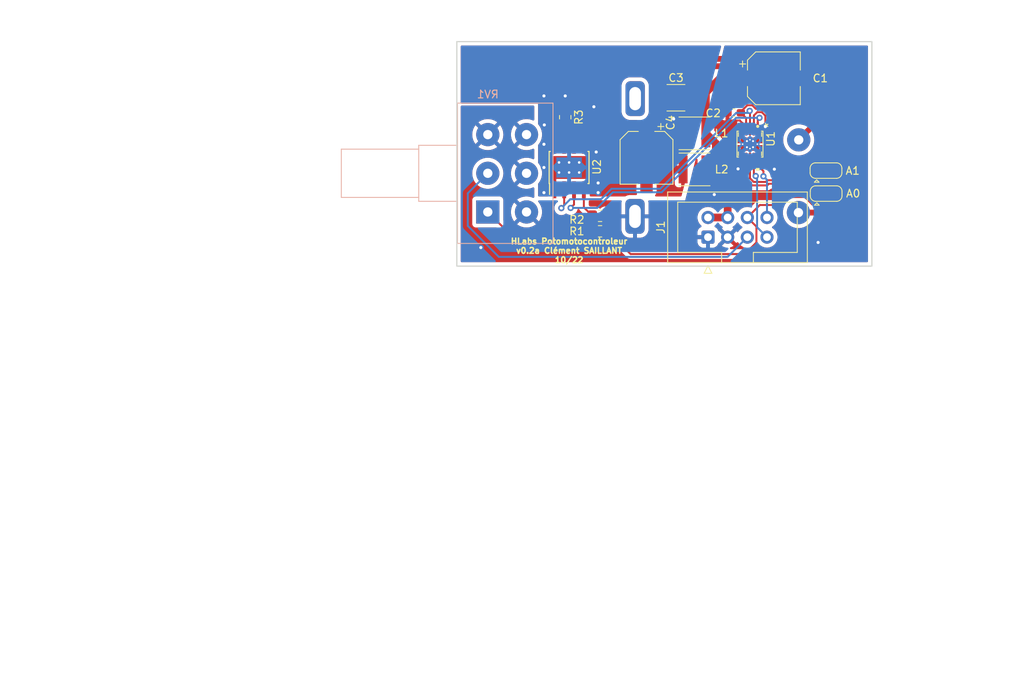
<source format=kicad_pcb>
(kicad_pcb (version 20211014) (generator pcbnew)
  (layers (0 "F.Cu" signal) (31 "B.Cu" signal) (34 "B.Paste" user) (35 "F.Paste" user) (36 "B.SilkS" user "B.Silkscreen") (37 "F.SilkS" user "F.Silkscreen") (38 "B.Mask" user) (39 "F.Mask" user) (44 "Edge.Cuts" user))
  (net 0 "")
  (net 1 "/VMOT")
  (net 2 "GND")
  (net 3 "+Vmot")
  (net 4 "+5V")
  (net 5 "pot_cmd")
  (net 6 "I2C SDA")
  (net 7 "I2C SCL")
  (net 8 "A0")
  (net 9 "A1")
  (net 10 "Net-(R1-Pad2)")
  (net 11 "Net-(RV1-PadM-)")
  (net 12 "Net-(U1-Pad1)")
  (net 13 "Net-(U1-Pad3)")
  (net 14 "Net-(R3-Pad1)")
  (net 15 "GND1")
  (net 16 "/M+")
  (footprint "Resistor_SMD:R_0805_2012Metric_Pad1.20x1.40mm_HandSolder" (layer "F.Cu") (at 89.5 121.75 90)
    (fp_text reference "R3" (at 0 1.75 90) (layer "F.SilkS"))
    (fp_text value "1,5R 0,1% 0,5W")
    (fp_line (start -0.227064 -0.735) (end 0.227064 -0.735) (layer "F.SilkS") (width 0.12))
    (fp_line (start -0.227064 0.735) (end 0.227064 0.735) (layer "F.SilkS") (width 0.12))
    (pad "1" smd roundrect (at -1 0 90) (size 1.2 1.4) (layers "F.Cu" "F.Paste" "F.Mask") (roundrect_rratio 0.208333) (net 14 "Net-(R3-Pad1)"))
    (pad "2" smd roundrect (at 1 0 90) (size 1.2 1.4) (layers "F.Cu" "F.Paste" "F.Mask") (roundrect_rratio 0.208333) (net 15 "GND1"))
  )
  (footprint "DRV8830DRCR:IC_DRV8830DRCR" (layer "F.Cu") (at 113.362937 125.234483 -90)
    (fp_text reference "REF**" hide)
    (fp_text value "IC_DRV8830DRCR")
    (fp_line (start -1.5 -1.5) (end -1 -1.5) (layer "F.SilkS") (width 0.127))
    (fp_line (start -1.5 1.5) (end -1 1.5) (layer "F.SilkS") (width 0.127))
    (fp_line (start 1.5 -1.5) (end 1 -1.5) (layer "F.SilkS") (width 0.127))
    (fp_line (start 1.5 1.5) (end 1 1.5) (layer "F.SilkS") (width 0.127))
    (fp_circle (center -2.3 -1) (end -2.2 -1) (layer "F.SilkS") (width 0.2) (fill none))
    (pad "1" smd roundrect locked (at -1.4 -1 270) (size 0.6 0.24) (layers "F.Cu" "F.Paste") (roundrect_rratio 0.05))
    (pad "2" smd roundrect locked (at -1.4 -0.5 270) (size 0.6 0.24) (layers "F.Cu" "F.Paste") (roundrect_rratio 0.05))
    (pad "3" smd roundrect locked (at -1.4 0 270) (size 0.6 0.24) (layers "F.Cu" "F.Paste") (roundrect_rratio 0.05))
    (pad "4" smd roundrect locked (at -1.4 0.5 270) (size 0.6 0.24) (layers "F.Cu" "F.Paste") (roundrect_rratio 0.05))
    (pad "5" smd roundrect locked (at -1.4 1 270) (size 0.6 0.24) (layers "F.Cu" "F.Paste") (roundrect_rratio 0.05))
    (pad "6" smd roundrect locked (at 1.4 1 270) (size 0.6 0.24) (layers "F.Cu" "F.Paste") (roundrect_rratio 0.05))
    (pad "7" smd roundrect locked (at 1.4 0.5 270) (size 0.6 0.24) (layers "F.Cu" "F.Paste") (roundrect_rratio 0.05))
    (pad "8" smd roundrect locked (at 1.4 0 270) (size 0.6 0.24) (layers "F.Cu" "F.Paste") (roundrect_rratio 0.05))
    (pad "9" smd roundrect locked (at 1.4 -0.5 270) (size 0.6 0.24) (layers "F.Cu" "F.Paste") (roundrect_rratio 0.05))
    (pad "10" smd roundrect locked (at 1.4 -1 270) (size 0.6 0.24) (layers "F.Cu" "F.Paste") (roundrect_rratio 0.05))
    (pad "11" smd custom locked (at 0 0 270) (size 0.5 0.5) (layers "F.Cu") (net 2 "GND") (options (clearance outline) (anchor rect)) (primitives (gr_poly (pts (xy -0.375 1.2) (xy -0.775 1.2) (xy -0.778 1.2) (xy -0.78 1.2) (xy -0.783 1.199) (xy -0.785 1.199) (xy -0.788 1.198) (xy -0.79 1.198) (xy -0.793 1.197) (xy -0.795 1.196) (xy -0.798 1.195) (xy -0.8 1.193) (xy -0.802 1.192) (xy -0.804 1.19) (xy -0.806 1.189) (xy -0.808 1.187) (xy -0.81 1.185) (xy -0.812 1.183) (xy -0.814 1.181) (xy -0.815 1.179) (xy -0.817 1.177) (xy -0.818 1.175) (xy -0.82 1.173) (xy -0.821 1.17) (xy -0.822 1.168) (xy -0.823 1.165) (xy -0.823 1.163) (xy -0.824 1.16) (xy -0.824 1.158) (xy -0.825 1.155) (xy -0.825 1.153) (xy -0.825 1.15) (xy -0.825 -1.15) (xy -0.825 -1.153) (xy -0.825 -1.155) (xy -0.824 -1.158) (xy -0.824 -1.16) (xy -0.823 -1.163) (xy -0.823 -1.165) (xy -0.822 -1.168) (xy -0.821 -1.17) (xy -0.82 -1.173) (xy -0.818 -1.175) (xy -0.817 -1.177) (xy -0.815 -1.179) (xy -0.814 -1.181) (xy -0.812 -1.183) (xy -0.81 -1.185) (xy -0.808 -1.187) (xy -0.806 -1.189) (xy -0.804 -1.19) (xy -0.802 -1.192) (xy -0.8 -1.193) (xy -0.798 -1.195) (xy -0.795 -1.196) (xy -0.793 -1.197) (xy -0.79 -1.198) (xy -0.788 -1.198) (xy -0.785 -1.199) (xy -0.783 -1.199) (xy -0.78 -1.2) (xy -0.778 -1.2) (xy -0.775 -1.2) (xy -0.375 -1.2) (xy -0.375 -1.65) (xy -0.375 -1.653) (xy -0.375 -1.655) (xy -0.374 -1.658) (xy -0.374 -1.66) (xy -0.373 -1.663) (xy -0.373 -1.665) (xy -0.372 -1.668) (xy -0.371 -1.67) (xy -0.37 -1.673) (xy -0.368 -1.675) (xy -0.367 -1.677) (xy -0.365 -1.679) (xy -0.364 -1.681) (xy -0.362 -1.683) (xy -0.36 -1.685) (xy -0.358 -1.687) (xy -0.356 -1.689) (xy -0.354 -1.69) (xy -0.352 -1.692) (xy -0.35 -1.693) (xy -0.348 -1.695) (xy -0.345 -1.696) (xy -0.343 -1.697) (xy -0.34 -1.698) (xy -0.338 -1.698) (xy -0.335 -1.699) (xy -0.333 -1.699) (xy -0.33 -1.7) (xy -0.328 -1.7) (xy -0.325 -1.7) (xy -0.175 -1.7) (xy -0.172 -1.7) (xy -0.17 -1.7) (xy -0.167 -1.699) (xy -0.165 -1.699) (xy -0.162 -1.698) (xy -0.16 -1.698) (xy -0.157 -1.697) (xy -0.155 -1.696) (xy -0.152 -1.695) (xy -0.15 -1.693) (xy -0.148 -1.692) (xy -0.146 -1.69) (xy -0.144 -1.689) (xy -0.142 -1.687) (xy -0.14 -1.685) (xy -0.138 -1.683) (xy -0.136 -1.681) (xy -0.135 -1.679) (xy -0.133 -1.677) (xy -0.132 -1.675) (xy -0.13 -1.673) (xy -0.129 -1.67) (xy -0.128 -1.668) (xy -0.127 -1.665) (xy -0.127 -1.663) (xy -0.126 -1.66) (xy -0.126 -1.658) (xy -0.125 -1.655) (xy -0.125 -1.653) (xy -0.125 -1.65) (xy -0.125 -1.2) (xy 0.125 -1.2) (xy 0.125 -1.65) (xy 0.125 -1.653) (xy 0.125 -1.655) (xy 0.126 -1.658) (xy 0.126 -1.66) (xy 0.127 -1.663) (xy 0.127 -1.665) (xy 0.128 -1.668) (xy 0.129 -1.67) (xy 0.13 -1.673) (xy 0.132 -1.675) (xy 0.133 -1.677) (xy 0.135 -1.679) (xy 0.136 -1.681) (xy 0.138 -1.683) (xy 0.14 -1.685) (xy 0.142 -1.687) (xy 0.144 -1.689) (xy 0.146 -1.69) (xy 0.148 -1.692) (xy 0.15 -1.693) (xy 0.152 -1.695) (xy 0.155 -1.696) (xy 0.157 -1.697) (xy 0.16 -1.698) (xy 0.162 -1.698) (xy 0.165 -1.699) (xy 0.167 -1.699) (xy 0.17 -1.7) (xy 0.172 -1.7) (xy 0.175 -1.7) (xy 0.325 -1.7) (xy 0.328 -1.7) (xy 0.33 -1.7) (xy 0.333 -1.699) (xy 0.335 -1.699) (xy 0.338 -1.698) (xy 0.34 -1.698) (xy 0.343 -1.697) (xy 0.345 -1.696) (xy 0.348 -1.695) (xy 0.35 -1.693) (xy 0.352 -1.692) (xy 0.354 -1.69) (xy 0.356 -1.689) (xy 0.358 -1.687) (xy 0.36 -1.685) (xy 0.362 -1.683) (xy 0.364 -1.681) (xy 0.365 -1.679) (xy 0.367 -1.677) (xy 0.368 -1.675) (xy 0.37 -1.673) (xy 0.371 -1.67) (xy 0.372 -1.668) (xy 0.373 -1.665) (xy 0.373 -1.663) (xy 0.374 -1.66) (xy 0.374 -1.658) (xy 0.375 -1.655) (xy 0.375 -1.653) (xy 0.375 -1.65) (xy 0.375 -1.2) (xy 0.775 -1.2) (xy 0.778 -1.2) (xy 0.78 -1.2) (xy 0.783 -1.199) (xy 0.785 -1.199) (xy 0.788 -1.198) (xy 0.79 -1.198) (xy 0.793 -1.197) (xy 0.795 -1.196) (xy 0.798 -1.195) (xy 0.8 -1.193) (xy 0.802 -1.192) (xy 0.804 -1.19) (xy 0.806 -1.189) (xy 0.808 -1.187) (xy 0.81 -1.185) (xy 0.812 -1.183) (xy 0.814 -1.181) (xy 0.815 -1.179) (xy 0.817 -1.177) (xy 0.818 -1.175) (xy 0.82 -1.173) (xy 0.821 -1.17) (xy 0.822 -1.168) (xy 0.823 -1.165) (xy 0.823 -1.163) (xy 0.824 -1.16) (xy 0.824 -1.158) (xy 0.825 -1.155) (xy 0.825 -1.153) (xy 0.825 -1.15) (xy 0.825 1.15) (xy 0.825 1.153) (xy 0.825 1.155) (xy 0.824 1.158) (xy 0.824 1.16) (xy 0.823 1.163) (xy 0.823 1.165) (xy 0.822 1.168) (xy 0.821 1.17) (xy 0.82 1.173) (xy 0.818 1.175) (xy 0.817 1.177) (xy 0.815 1.179) (xy 0.814 1.181) (xy 0.812 1.183) (xy 0.81 1.185) (xy 0.808 1.187) (xy 0.806 1.189) (xy 0.804 1.19) (xy 0.802 1.192) (xy 0.8 1.193) (xy 0.798 1.195) (xy 0.795 1.196) (xy 0.793 1.197) (xy 0.79 1.198) (xy 0.788 1.198) (xy 0.785 1.199) (xy 0.783 1.199) (xy 0.78 1.2) (xy 0.778 1.2) (xy 0.775 1.2) (xy 0.375 1.2) (xy 0.375 1.65) (xy 0.375 1.653) (xy 0.375 1.655) (xy 0.374 1.658) (xy 0.374 1.66) (xy 0.373 1.663) (xy 0.373 1.665) (xy 0.372 1.668) (xy 0.371 1.67) (xy 0.37 1.673) (xy 0.368 1.675) (xy 0.367 1.677) (xy 0.365 1.679) (xy 0.364 1.681) (xy 0.362 1.683) (xy 0.36 1.685) (xy 0.358 1.687) (xy 0.356 1.689) (xy 0.354 1.69) (xy 0.352 1.692) (xy 0.35 1.693) (xy 0.348 1.695) (xy 0.345 1.696) (xy 0.343 1.697) (xy 0.34 1.698) (xy 0.338 1.698) (xy 0.335 1.699) (xy 0.333 1.699) (xy 0.33 1.7) (xy 0.328 1.7) (xy 0.325 1.7) (xy 0.175 1.7) (xy 0.172 1.7) (xy 0.17 1.7) (xy 0.167 1.699) (xy 0.165 1.699) (xy 0.162 1.698) (xy 0.16 1.698) (xy 0.157 1.697) (xy 0.155 1.696) (xy 0.152 1.695) (xy 0.15 1.693) (xy 0.148 1.692) (xy 0.146 1.69) (xy 0.144 1.689) (xy 0.142 1.687) (xy 0.14 1.685) (xy 0.138 1.683) (xy 0.136 1.681) (xy 0.135 1.679) (xy 0.133 1.677) (xy 0.132 1.675) (xy 0.13 1.673) (xy 0.129 1.67) (xy 0.128 1.668) (xy 0.127 1.665) (xy 0.127 1.663) (xy 0.126 1.66) (xy 0.126 1.658) (xy 0.125 1.655) (xy 0.125 1.653) (xy 0.125 1.65) (xy 0.125 1.2) (xy -0.125 1.2) (xy -0.125 1.65) (xy -0.125 1.653) (xy -0.125 1.655) (xy -0.126 1.658) (xy -0.126 1.66) (xy -0.127 1.663) (xy -0.127 1.665) (xy -0.128 1.668) (xy -0.129 1.67) (xy -0.13 1.673) (xy -0.132 1.675) (xy -0.133 1.677) (xy -0.135 1.679) (xy -0.136 1.681) (xy -0.138 1.683) (xy -0.14 1.685) (xy -0.142 1.687) (xy -0.144 1.689) (xy -0.146 1.69) (xy -0.148 1.692) (xy -0.15 1.693) (xy -0.152 1.695) (xy -0.155 1.696) (xy -0.157 1.697) (xy -0.16 1.698) (xy -0.162 1.698) (xy -0.165 1.699) (xy -0.167 1.699) (xy -0.17 1.7) (xy -0.172 1.7) (xy -0.175 1.7) (xy -0.325 1.7) (xy -0.328 1.7) (xy -0.33 1.7) (xy -0.333 1.699) (xy -0.335 1.699) (xy -0.338 1.698) (xy -0.34 1.698) (xy -0.343 1.697) (xy -0.345 1.696) (xy -0.348 1.695) (xy -0.35 1.693) (xy -0.352 1.692) (xy -0.354 1.69) (xy -0.356 1.689) (xy -0.358 1.687) (xy -0.36 1.685) (xy -0.362 1.683) (xy -0.364 1.681) (xy -0.365 1.679) (xy -0.367 1.677) (xy -0.368 1.675) (xy -0.37 1.673) (xy -0.371 1.67) (xy -0.372 1.668) (xy -0.373 1.665) (xy -0.373 1.663) (xy -0.374 1.66) (xy -0.374 1.658) (xy -0.375 1.655) (xy -0.375 1.653) (xy -0.375 1.65) (xy -0.375 1.2)) (width 0.01) (fill yes))))
    (pad "12" thru_hole circle locked (at 0 -0.95 270) (size 0.3 0.3) (drill 0.2) (layers *.Cu) (net 2 "GND"))
    (pad "13" thru_hole circle locked (at -0.575 0 270) (size 0.3 0.3) (drill 0.2) (layers *.Cu) (net 2 "GND"))
    (pad "14" thru_hole circle locked (at 0.575 0 270) (size 0.3 0.3) (drill 0.2) (layers *.Cu) (net 2 "GND"))
    (pad "15" thru_hole circle locked (at 0 0.95 270) (size 0.3 0.3) (drill 0.2) (layers *.Cu) (net 2 "GND"))
  )
  (footprint "Jumper:SolderJumper-3_P1.3mm_Open_RoundedPad1.0x1.5mm" (layer "F.Cu") (at 123.2 131.62)
    (fp_text reference "A0" (at 3.49 -0.01) (layer "F.SilkS"))
    (fp_text value "SolderJumper_3_Open")
    (fp_line (start 2.05 -0.3) (end 2.05 0.3) (layer "F.SilkS") (width 0.12))
    (fp_line (start -1.2 1.2) (end -0.9 1.5) (layer "F.SilkS") (width 0.12))
    (fp_line (start -2.05 0.3) (end -2.05 -0.3) (layer "F.SilkS") (width 0.12))
    (fp_line (start -1.2 1.2) (end -1.5 1.5) (layer "F.SilkS") (width 0.12))
    (fp_line (start 1.4 1) (end -1.4 1) (layer "F.SilkS") (width 0.12))
    (fp_line (start -1.4 -1) (end 1.4 -1) (layer "F.SilkS") (width 0.12))
    (fp_line (start -1.5 1.5) (end -0.9 1.5) (layer "F.SilkS") (width 0.12))
    (fp_arc (start -2.05 -0.3) (mid -1.844975 -0.794975) (end -1.35 -1) (layer "F.SilkS") (width 0.12))
    (fp_arc (start 2.05 0.3) (mid 1.844975 0.794975) (end 1.35 1) (layer "F.SilkS") (width 0.12))
    (fp_arc (start -1.35 1) (mid -1.844975 0.794975) (end -2.05 0.3) (layer "F.SilkS") (width 0.12))
    (fp_arc (start 1.35 -1) (mid 1.844975 -0.794975) (end 2.05 -0.3) (layer "F.SilkS") (width 0.12))
    (pad "1" smd custom (at -1.3 0) (size 1 0.5) (layers "F.Cu" "F.Mask") (net 2 "GND") (options (clearance outline) (anchor rect)) (primitives (gr_circle (center 0 0.25) (end 0.5 0.25) (width 0) (fill yes)) (gr_circle (center 0 -0.25) (end 0.5 -0.25) (width 0) (fill yes)) (gr_poly (pts (xy 0.55 0.75) (xy 0 0.75) (xy 0 -0.75) (xy 0.55 -0.75)) (width 0) (fill yes))))
    (pad "2" smd rect (at 0 0) (size 1 1.5) (layers "F.Cu" "F.Mask") (net 8 "A0"))
    (pad "3" smd custom (at 1.3 0) (size 1 0.5) (layers "F.Cu" "F.Mask") (net 4 "+5V") (options (clearance outline) (anchor rect)) (primitives (gr_circle (center 0 0.25) (end 0.5 0.25) (width 0) (fill yes)) (gr_circle (center 0 -0.25) (end 0.5 -0.25) (width 0) (fill yes)) (gr_poly (pts (xy 0 0.75) (xy -0.55 0.75) (xy -0.55 -0.75) (xy 0 -0.75)) (width 0) (fill yes))))
  )
  (footprint "Capacitor_SMD:C_1812_4532Metric_Pad1.57x3.40mm_HandSolder" (layer "F.Cu") (at 103.8 119.24 180)
    (fp_text reference "C3" (at -0.01 2.57) (layer "F.SilkS"))
    (fp_text value "0.1uF")
    (fp_line (start -1.161252 1.71) (end 1.161252 1.71) (layer "F.SilkS") (width 0.12))
    (fp_line (start -1.161252 -1.71) (end 1.161252 -1.71) (layer "F.SilkS") (width 0.12))
    (pad "1" smd roundrect (at -2.1375 0 180) (size 1.575 3.4) (layers "F.Cu" "F.Paste" "F.Mask") (roundrect_rratio 0.15873) (net 3 "+Vmot"))
    (pad "2" smd roundrect (at 2.1375 0 180) (size 1.575 3.4) (layers "F.Cu" "F.Paste" "F.Mask") (roundrect_rratio 0.15873) (net 15 "GND1"))
  )
  (footprint "Capacitor_SMD:CP_Elec_6.3x7.7" (layer "F.Cu") (at 116.45 116.72)
    (fp_text reference "C1" (at 6 0) (layer "F.SilkS"))
    (fp_text value "220uF")
    (fp_line (start -3.41 -2.345563) (end -3.41 -1.06) (layer "F.SilkS") (width 0.12))
    (fp_line (start -3.41 2.345563) (end -2.345563 3.41) (layer "F.SilkS") (width 0.12))
    (fp_line (start 3.41 -3.41) (end 3.41 -1.06) (layer "F.SilkS") (width 0.12))
    (fp_line (start 3.41 3.41) (end 3.41 1.06) (layer "F.SilkS") (width 0.12))
    (fp_line (start -2.345563 3.41) (end 3.41 3.41) (layer "F.SilkS") (width 0.12))
    (fp_line (start -2.345563 -3.41) (end 3.41 -3.41) (layer "F.SilkS") (width 0.12))
    (fp_line (start -3.41 2.345563) (end -3.41 1.06) (layer "F.SilkS") (width 0.12))
    (fp_line (start -4.04375 -2.24125) (end -4.04375 -1.45375) (layer "F.SilkS") (width 0.12))
    (fp_line (start -3.41 -2.345563) (end -2.345563 -3.41) (layer "F.SilkS") (width 0.12))
    (fp_line (start -4.4375 -1.8475) (end -3.65 -1.8475) (layer "F.SilkS") (width 0.12))
    (pad "1" smd roundrect (at -2.7 0) (size 3.5 1.6) (layers "F.Cu" "F.Paste" "F.Mask") (roundrect_rratio 0.15625) (net 1 "/VMOT"))
    (pad "2" smd roundrect (at 2.7 0) (size 3.5 1.6) (layers "F.Cu" "F.Paste" "F.Mask") (roundrect_rratio 0.15625) (net 2 "GND"))
  )
  (footprint "Resistor_SMD:R_0805_2012Metric_Pad1.20x1.40mm_HandSolder" (layer "F.Cu") (at 94 134.5)
    (fp_text reference "R2" (at -3 0.5) (layer "F.SilkS"))
    (fp_text value "7,5k")
    (fp_line (start -0.227064 0.735) (end 0.227064 0.735) (layer "F.SilkS") (width 0.12))
    (fp_line (start -0.227064 -0.735) (end 0.227064 -0.735) (layer "F.SilkS") (width 0.12))
    (pad "1" smd roundrect (at -1 0) (size 1.2 1.4) (layers "F.Cu" "F.Paste" "F.Mask") (roundrect_rratio 0.208333) (net 10 "Net-(R1-Pad2)"))
    (pad "2" smd roundrect (at 1 0) (size 1.2 1.4) (layers "F.Cu" "F.Paste" "F.Mask") (roundrect_rratio 0.208333) (net 2 "GND"))
  )
  (footprint "Capacitor_SMD:C_0603_1608Metric_Pad1.08x0.95mm_HandSolder" (layer "F.Cu") (at 111.32 121.18 180)
    (fp_text reference "C2" (at 2.707063 -0.054483) (layer "F.SilkS"))
    (fp_text value "100nF")
    (fp_line (start -0.146267 -0.51) (end 0.146267 -0.51) (layer "F.SilkS") (width 0.12))
    (fp_line (start -0.146267 0.51) (end 0.146267 0.51) (layer "F.SilkS") (width 0.12))
    (pad "1" smd roundrect (at -0.8625 0 180) (size 1.075 0.95) (layers "F.Cu" "F.Paste" "F.Mask") (net 4 "+5V"))
    (pad "2" smd roundrect (at 0.8625 0 180) (size 1.075 0.95) (layers "F.Cu" "F.Paste" "F.Mask") (net 2 "GND"))
  )
  (footprint "footprints:DRV8830DGQ" (layer "F.Cu") (at 113.362937 125.234483 -90)
    (fp_text reference "U1" (at -0.676399 -2.676401 90) (layer "F.SilkS"))
    (fp_text value "DRV8830DGQ" hide)
    (fp_text user "*" (at -2.428999 -2.413 -90) (layer "F.SilkS"))
    (fp_line (start -1.676999 1.467741) (end -1.676999 1.676999) (layer "F.SilkS") (width 0.12))
    (fp_line (start 1.676999 -1.676999) (end -1.676999 -1.676999) (layer "F.SilkS") (width 0.12))
    (fp_line (start -1.676999 1.676999) (end 1.676999 1.676999) (layer "F.SilkS") (width 0.12))
    (fp_line (start 1.676999 -1.467741) (end 1.676999 -1.676999) (layer "F.SilkS") (width 0.12))
    (fp_line (start -1.676999 -1.676999) (end -1.676999 -1.467741) (layer "F.SilkS") (width 0.12))
    (fp_line (start 1.676999 1.676999) (end 1.676999 1.467741) (layer "F.SilkS") (width 0.12))
    (fp_poly (pts (xy 3.382998 -1.190501) (xy 3.382998 -0.809501) (xy 3.128998 -0.809501) (xy 3.128998 -1.190501)) (layer "F.SilkS") (width 0.1) (fill solid))
    (pad "1" smd rect locked (at -2.174999 -1.000001 270) (size 1.399999 0.27) (layers "F.Cu" "F.Paste" "F.Mask") (net 12 "Net-(U1-Pad1)"))
    (pad "2" smd rect locked (at -2.174999 -0.499999 270) (size 1.399999 0.27) (layers "F.Cu" "F.Paste" "F.Mask") (net 2 "GND"))
    (pad "3" smd rect locked (at -2.174999 0 270) (size 1.399999 0.27) (layers "F.Cu" "F.Paste" "F.Mask") (net 13 "Net-(U1-Pad3)"))
    (pad "4" smd rect locked (at -2.174999 0.499999 270) (size 1.399999 0.27) (layers "F.Cu" "F.Paste" "F.Mask") (net 4 "+5V"))
    (pad "5" smd rect locked (at -2.174999 1.000001 270) (size 1.399999 0.27) (layers "F.Cu" "F.Paste" "F.Mask") (net 2 "GND"))
    (pad "6" smd rect locked (at 2.174999 1.000001 270) (size 1.399999 0.27) (layers "F.Cu" "F.Paste" "F.Mask") (net 2 "GND"))
    (pad "7" smd rect locked (at 2.174999 0.499999 270) (size 1.399999 0.27) (layers "F.Cu" "F.Paste" "F.Mask") (net 8 "A0"))
    (pad "8" smd rect locked (at 2.174999 0 270) (size 1.399999 0.27) (layers "F.Cu" "F.Paste" "F.Mask") (net 9 "A1"))
    (pad "9" smd rect locked (at 2.174999 -0.499999 270) (size 1.399999 0.27) (layers "F.Cu" "F.Paste" "F.Mask") (net 6 "I2C SDA"))
    (pad "10" smd rect locked (at 2.174999 -1.000001 270) (size 1.399999 0.27) (layers "F.Cu" "F.Paste" "F.Mask") (net 7 "I2C SCL"))
    (pad "EPAD" smd rect locked (at 0 0 270) (size 1.72 2.18) (layers "F.Cu") (net 2 "GND"))
    (pad "V" thru_hole circle locked (at -0.3937 0.3937 270) (size 0.508 0.508) (drill 0.254) (layers *.Cu *.Mask) (net 2 "GND"))
    (pad "V" thru_hole circle locked (at 0.3937 -0.3937 270) (size 0.508 0.508) (drill 0.254) (layers *.Cu *.Mask) (net 2 "GND"))
    (pad "V" thru_hole circle locked (at 0.3937 0.3937 270) (size 0.508 0.508) (drill 0.254) (layers *.Cu *.Mask) (net 2 "GND"))
    (pad "V" thru_hole circle locked (at -0.3937 -0.3937 270) (size 0.508 0.508) (drill 0.254) (layers *.Cu *.Mask) (net 2 "GND"))
  )
  (footprint "Jumper:SolderJumper-3_P1.3mm_Open_RoundedPad1.0x1.5mm" (layer "F.Cu") (at 123.18 128.65)
    (fp_text reference "A1" (at 3.45 0.02) (layer "F.SilkS"))
    (fp_text value "SolderJumper_3_Open")
    (fp_line (start -1.4 -1) (end 1.4 -1) (layer "F.SilkS") (width 0.12))
    (fp_line (start -1.2 1.2) (end -1.5 1.5) (layer "F.SilkS") (width 0.12))
    (fp_line (start -1.2 1.2) (end -0.9 1.5) (layer "F.SilkS") (width 0.12))
    (fp_line (start 2.05 -0.3) (end 2.05 0.3) (layer "F.SilkS") (width 0.12))
    (fp_line (start -1.5 1.5) (end -0.9 1.5) (layer "F.SilkS") (width 0.12))
    (fp_line (start 1.4 1) (end -1.4 1) (layer "F.SilkS") (width 0.12))
    (fp_line (start -2.05 0.3) (end -2.05 -0.3) (layer "F.SilkS") (width 0.12))
    (fp_arc (start 2.05 0.3) (mid 1.844975 0.794975) (end 1.35 1) (layer "F.SilkS") (width 0.12))
    (fp_arc (start -2.05 -0.3) (mid -1.844975 -0.794975) (end -1.35 -1) (layer "F.SilkS") (width 0.12))
    (fp_arc (start 1.35 -1) (mid 1.844975 -0.794975) (end 2.05 -0.3) (layer "F.SilkS") (width 0.12))
    (fp_arc (start -1.35 1) (mid -1.844975 0.794975) (end -2.05 0.3) (layer "F.SilkS") (width 0.12))
    (pad "1" smd custom (at -1.3 0) (size 1 0.5) (layers "F.Cu" "F.Mask") (net 2 "GND") (options (clearance outline) (anchor rect)) (primitives (gr_circle (center 0 0.25) (end 0.5 0.25) (width 0) (fill yes)) (gr_circle (center 0 -0.25) (end 0.5 -0.25) (width 0) (fill yes)) (gr_poly (pts (xy 0.55 0.75) (xy 0 0.75) (xy 0 -0.75) (xy 0.55 -0.75)) (width 0) (fill yes))))
    (pad "2" smd rect (at 0 0) (size 1 1.5) (layers "F.Cu" "F.Mask") (net 9 "A1"))
    (pad "3" smd custom (at 1.3 0) (size 1 0.5) (layers "F.Cu" "F.Mask") (net 4 "+5V") (options (clearance outline) (anchor rect)) (primitives (gr_circle (center 0 0.25) (end 0.5 0.25) (width 0) (fill yes)) (gr_circle (center 0 -0.25) (end 0.5 -0.25) (width 0) (fill yes)) (gr_poly (pts (xy 0 0.75) (xy -0.55 0.75) (xy -0.55 -0.75) (xy 0 -0.75)) (width 0) (fill yes))))
  )
  (footprint "Resistor_SMD:R_0805_2012Metric_Pad1.20x1.40mm_HandSolder" (layer "F.Cu") (at 94 136.5 180)
    (fp_text reference "R1" (at 3 0) (layer "F.SilkS"))
    (fp_text value "5k")
    (fp_line (start -0.227064 -0.735) (end 0.227064 -0.735) (layer "F.SilkS") (width 0.12))
    (fp_line (start -0.227064 0.735) (end 0.227064 0.735) (layer "F.SilkS") (width 0.12))
    (pad "1" smd roundrect (at -1 0 180) (size 1.2 1.4) (layers "F.Cu" "F.Paste" "F.Mask") (roundrect_rratio 0.208333) (net 4 "+5V"))
    (pad "2" smd roundrect (at 1 0 180) (size 1.2 1.4) (layers "F.Cu" "F.Paste" "F.Mask") (roundrect_rratio 0.208333) (net 10 "Net-(R1-Pad2)"))
  )
  (footprint "Connector_IDC:IDC-Header_2x04_P2.54mm_Vertical" (layer "F.Cu") (at 107.94 137.2525 90)
    (fp_text reference "J1" (at 1.27 -6.1 90) (layer "F.SilkS"))
    (fp_text value "Conn_02x04_Odd_Even")
    (fp_line (start -4.68 0.5) (end -3.68 0) (layer "F.SilkS") (width 0.12))
    (fp_line (start -1.98 11.53) (end -1.98 5.86) (layer "F.SilkS") (width 0.12))
    (fp_line (start -3.29 12.83) (end -3.29 -5.21) (layer "F.SilkS") (width 0.12))
    (fp_line (start -1.98 -3.91) (end 4.52 -3.91) (layer "F.SilkS") (width 0.12))
    (fp_line (start 4.52 -3.91) (end 4.52 11.53) (layer "F.SilkS") (width 0.12))
    (fp_line (start 5.83 -5.21) (end 5.83 12.83) (layer "F.SilkS") (width 0.12))
    (fp_line (start 4.52 11.53) (end -1.98 11.53) (layer "F.SilkS") (width 0.12))
    (fp_line (start 5.83 12.83) (end -3.29 12.83) (layer "F.SilkS") (width 0.12))
    (fp_line (start -3.68 0) (end -4.68 -0.5) (layer "F.SilkS") (width 0.12))
    (fp_line (start -3.29 -5.21) (end 5.83 -5.21) (layer "F.SilkS") (width 0.12))
    (fp_line (start -1.98 1.76) (end -1.98 -3.91) (layer "F.SilkS") (width 0.12))
    (fp_line (start -1.98 5.86) (end -3.29 5.86) (layer "F.SilkS") (width 0.12))
    (fp_line (start -1.98 5.86) (end -1.98 5.86) (layer "F.SilkS") (width 0.12))
    (fp_line (start -4.68 -0.5) (end -4.68 0.5) (layer "F.SilkS") (width 0.12))
    (fp_line (start -3.29 1.76) (end -1.98 1.76) (layer "F.SilkS") (width 0.12))
    (pad "1" thru_hole roundrect locked (at 0 0 90) (size 1.7 1.7) (drill 1) (layers *.Cu *.Mask) (roundrect_rratio 0.147059) (net 2 "GND"))
    (pad "2" thru_hole circle locked (at 2.54 0 90) (size 1.7 1.7) (drill 1) (layers *.Cu *.Mask) (net 1 "/VMOT"))
    (pad "3" thru_hole circle locked (at 0 2.54 90) (size 1.7 1.7) (drill 1) (layers *.Cu *.Mask) (net 2 "GND"))
    (pad "4" thru_hole circle locked (at 2.54 2.54 90) (size 1.7 1.7) (drill 1) (layers *.Cu *.Mask) (net 1 "/VMOT"))
    (pad "5" thru_hole circle locked (at 0 5.08 90) (size 1.7 1.7) (drill 1) (layers *.Cu *.Mask) (net 5 "pot_cmd"))
    (pad "6" thru_hole circle locked (at 2.54 5.08 90) (size 1.7 1.7) (drill 1) (layers *.Cu *.Mask) (net 4 "+5V"))
    (pad "7" thru_hole circle locked (at 0 7.62 90) (size 1.7 1.7) (drill 1) (layers *.Cu *.Mask) (net 6 "I2C SDA"))
    (pad "8" thru_hole circle locked (at 2.54 7.62 90) (size 1.7 1.7) (drill 1) (layers *.Cu *.Mask) (net 7 "I2C SCL"))
  )
  (footprint "Package_SO:Texas_HTSOP-8-1EP_3.9x4.9mm_P1.27mm_EP2.95x4.9mm_Mask2.4x3.1mm_ThermalVias" (layer "F.Cu") (at 90 128.25 90)
    (fp_text reference "U2" (at 0.07 3.59 90) (layer "F.SilkS"))
    (fp_text value "DRV8870DDA")
    (fp_line (start -2.075 -2.575) (end 2.075 -2.575) (layer "F.SilkS") (width 0.15))
    (fp_line (start -2.075 -2.525) (end -3.475 -2.525) (layer "F.SilkS") (width 0.15))
    (fp_line (start 2.075 2.575) (end 2.075 2.43) (layer "F.SilkS") (width 0.15))
    (fp_line (start -2.075 2.575) (end -2.075 2.43) (layer "F.SilkS") (width 0.15))
    (fp_line (start 2.075 -2.575) (end 2.075 -2.43) (layer "F.SilkS") (width 0.15))
    (fp_line (start -2.075 2.575) (end 2.075 2.575) (layer "F.SilkS") (width 0.15))
    (fp_line (start -2.075 -2.575) (end -2.075 -2.525) (layer "F.SilkS") (width 0.15))
    (pad "1" smd rect (at -2.875 -1.905 90) (size 2.2 0.5) (layers "F.Cu" "F.Paste" "F.Mask") (net 15 "GND1"))
    (pad "2" smd rect (at -2.875 -0.635 90) (size 2.2 0.5) (layers "F.Cu" "F.Paste" "F.Mask") (net 13 "Net-(U1-Pad3)"))
    (pad "3" smd rect (at -2.875 0.635 90) (size 2.2 0.5) (layers "F.Cu" "F.Paste" "F.Mask") (net 12 "Net-(U1-Pad1)"))
    (pad "4" smd rect (at -2.875 1.905 90) (size 2.2 0.5) (layers "F.Cu" "F.Paste" "F.Mask") (net 10 "Net-(R1-Pad2)"))
    (pad "5" smd rect (at 2.875 1.905 90) (size 2.2 0.5) (layers "F.Cu" "F.Paste" "F.Mask") (net 3 "+Vmot"))
    (pad "6" smd rect (at 2.875 0.635 90) (size 2.2 0.5) (layers "F.Cu" "F.Paste" "F.Mask") (net 16 "/M+"))
    (pad "7" smd rect (at 2.875 -0.635 90) (size 2.2 0.5) (layers "F.Cu" "F.Paste" "F.Mask") (net 14 "Net-(R3-Pad1)"))
    (pad "8" smd rect (at 2.875 -1.905 90) (size 2.2 0.5) (layers "F.Cu" "F.Paste" "F.Mask") (net 11 "Net-(RV1-PadM-)"))
    (pad "9" thru_hole circle (at -0.65 0 90) (size 0.63 0.63) (drill 0.33) (layers *.Cu *.Mask) (net 15 "GND1"))
    (pad "9" thru_hole circle (at -0.65 -1.3 90) (size 0.63 0.63) (drill 0.33) (layers *.Cu *.Mask) (net 15 "GND1"))
    (pad "9" thru_hole circle (at 0.65 1.3 90) (size 0.63 0.63) (drill 0.33) (layers *.Cu *.Mask) (net 15 "GND1"))
    (pad "9" smd rect (at 0 0 90) (size 2.95 4.9) (layers "F.Cu") (net 15 "GND1"))
    (pad "9" smd rect (at 0 0 90) (size 2.6 3.3) (layers "B.Cu") (net 15 "GND1"))
    (pad "9" thru_hole circle (at 0.65 -1.3 90) (size 0.63 0.63) (drill 0.33) (layers *.Cu *.Mask) (net 15 "GND1"))
    (pad "9" thru_hole circle (at 0.65 0 90) (size 0.63 0.63) (drill 0.33) (layers *.Cu *.Mask) (net 15 "GND1"))
    (pad "9" thru_hole circle (at -0.65 1.3 90) (size 0.63 0.63) (drill 0.33) (layers *.Cu *.Mask) (net 15 "GND1"))
  )
  (footprint "Capacitor_SMD:CP_Elec_6.3x5.4" (layer "F.Cu") (at 100 127 -90)
    (fp_text reference "C4" (at -4.55 -3.1 90) (layer "F.SilkS"))
    (fp_text value "47uF")
    (fp_line (start -4.04375 -2.24125) (end -4.04375 -1.45375) (layer "F.SilkS") (width 0.12))
    (fp_line (start -2.345563 3.41) (end 3.41 3.41) (layer "F.SilkS") (width 0.12))
    (fp_line (start -3.41 2.345563) (end -3.41 1.06) (layer "F.SilkS") (width 0.12))
    (fp_line (start -2.345563 -3.41) (end 3.41 -3.41) (layer "F.SilkS") (width 0.12))
    (fp_line (start 3.41 3.41) (end 3.41 1.06) (layer "F.SilkS") (width 0.12))
    (fp_line (start -3.41 -2.345563) (end -3.41 -1.06) (layer "F.SilkS") (width 0.12))
    (fp_line (start -3.41 2.345563) (end -2.345563 3.41) (layer "F.SilkS") (width 0.12))
    (fp_line (start 3.41 -3.41) (end 3.41 -1.06) (layer "F.SilkS") (width 0.12))
    (fp_line (start -4.4375 -1.8475) (end -3.65 -1.8475) (layer "F.SilkS") (width 0.12))
    (fp_line (start -3.41 -2.345563) (end -2.345563 -3.41) (layer "F.SilkS") (width 0.12))
    (pad "1" smd roundrect (at -2.8 0 270) (size 3.5 1.6) (layers "F.Cu" "F.Paste" "F.Mask") (roundrect_rratio 0.15625) (net 3 "+Vmot"))
    (pad "2" smd roundrect (at 2.8 0 270) (size 3.5 1.6) (layers "F.Cu" "F.Paste" "F.Mask") (roundrect_rratio 0.15625) (net 15 "GND1"))
  )
  (footprint "Inductor_SMD:L_Vishay_IFSC-1515AH_4x4x1.8mm" (layer "F.Cu") (at 106.2 128.5 180)
    (fp_text reference "L2" (at -3.5 0) (layer "F.SilkS"))
    (fp_text value "220mH")
    (fp_line (start -2 -2.11) (end 2 -2.11) (layer "F.SilkS") (width 0.12))
    (fp_line (start 2 2.11) (end -2 2.11) (layer "F.SilkS") (width 0.12))
    (pad "1" smd rect (at -1.475 0 180) (size 1.15 3.6) (layers "F.Cu" "F.Paste" "F.Mask") (net 2 "GND"))
    (pad "2" smd rect (at 1.475 0 180) (size 1.15 3.6) (layers "F.Cu" "F.Paste" "F.Mask") (net 15 "GND1"))
  )
  (footprint "Inductor_SMD:L_Vishay_IFSC-1515AH_4x4x1.8mm" (layer "F.Cu") (at 106.19 123.84 180)
    (fp_text reference "L1" (at -3.5 0 180) (layer "F.SilkS"))
    (fp_text value "220uH")
    (fp_line (start 2 2.11) (end -2 2.11) (layer "F.SilkS") (width 0.12))
    (fp_line (start -2 -2.11) (end 2 -2.11) (layer "F.SilkS") (width 0.12))
    (pad "1" smd rect (at -1.475 0 180) (size 1.15 3.6) (layers "F.Cu" "F.Paste" "F.Mask") (net 1 "/VMOT"))
    (pad "2" smd rect (at 1.475 0 180) (size 1.15 3.6) (layers "F.Cu" "F.Paste" "F.Mask") (net 3 "+Vmot"))
  )
  (footprint "Potentiometer_THT:Potentiometer_RC-1601" (layer "B.Cu") (at 79.5 128.94)
    (fp_text reference "RV1" (at -0.000001 -10.139999 180) (layer "B.SilkS") (effects (justify mirror)))
    (fp_text value "Motorized_Potentiometer")
    (fp_line (start -3.92 3.68) (end -8.92 3.68) (layer "B.SilkS") (width 0.12))
    (fp_line (start 8.42 9.13) (end -3.92 9.13) (layer "B.SilkS") (width 0.12))
    (fp_line (start -18.92 -3.06) (end -18.92 3.18) (layer "B.SilkS") (width 0.12))
    (fp_line (start -3.92 -3.56) (end -8.92 -3.56) (layer "B.SilkS") (width 0.12))
    (fp_line (start -3.92 -9.01) (end -3.92 9.13) (layer "B.SilkS") (width 0.12))
    (fp_line (start -8.92 -3.06) (end -18.92 -3.06) (layer "B.SilkS") (width 0.12))
    (fp_line (start 8.42 -9.01) (end 8.42 9.13) (layer "B.SilkS") (width 0.12))
    (fp_line (start -8.92 3.18) (end -18.92 3.18) (layer "B.SilkS") (width 0.12))
    (fp_line (start -8.92 -3.56) (end -8.92 3.68) (layer "B.SilkS") (width 0.12))
    (fp_line (start 8.42 -9.01) (end -3.92 -9.01) (layer "B.SilkS") (width 0.12))
    (pad "1" thru_hole rect locked (at 0 5.06 180) (size 3 3) (drill 1.2) (layers *.Cu *.Mask) (net 4 "+5V"))
    (pad "2" thru_hole circle locked (at 0 0.06 180) (size 3 3) (drill 1.2) (layers *.Cu *.Mask) (net 5 "pot_cmd"))
    (pad "3" thru_hole circle locked (at 0 -4.94 180) (size 3 3) (drill 1.2) (layers *.Cu *.Mask) (net 2 "GND"))
    (pad "4" thru_hole circle locked (at 5 5.06 180) (size 3 3) (drill 1.2) (layers *.Cu *.Mask) (net 2 "GND"))
    (pad "5" thru_hole circle locked (at 5 0.06 180) (size 3 3) (drill 1.2) (layers *.Cu *.Mask) (net 2 "GND"))
    (pad "6" thru_hole circle locked (at 5 -4.94 180) (size 3 3) (drill 1.2) (layers *.Cu *.Mask) (net 2 "GND"))
    (pad "GND" thru_hole roundrect locked (at 19.03 -9.59 270) (size 4.5 2.5) (drill oval 3 1.5) (layers *.Cu *.Mask) (net 2 "GND"))
    (pad "GND" thru_hole roundrect locked (at 19.01 5.63 270) (size 4.5 2.5) (drill oval 3 1.5) (layers *.Cu *.Mask) (net 2 "GND"))
    (pad "M+" thru_hole circle locked (at 40.16 -4.26 180) (size 3 3) (drill 1.2) (layers *.Cu *.Mask) (net 16 "/M+"))
    (pad "M-" thru_hole circle locked (at 40.12 5.14 180) (size 3 3) (drill 1.2) (layers *.Cu *.Mask) (net 11 "Net-(RV1-PadM-)"))
  )
  (gr_rect (start 75.5 111.9828) (end 129.1098 141) (layer "Edge.Cuts") (width 0.15) (fill none))
  (gr_text "HLabs Potomotocontroleur\nv0.2a Clément SAILLANT\n10/22" (at 90 139) (layer "F.SilkS") (effects (font (size 0.75 0.75) (thickness 0.1875))))
  (segment (start 107.665 118.555) (end 107.665 123.84) (width 1) (layer "F.Cu") (net 1))
  (segment (start 109.5 116.72) (end 107.665 118.555) (width 1) (layer "F.Cu") (net 1))
  (segment (start 108.95 125.125) (end 107.665 123.84) (width 1) (layer "F.Cu") (net 1))
  (segment (start 108.95 129.97) (end 108.95 125.125) (width 1) (layer "F.Cu") (net 1))
  (segment (start 110.48 134.7125) (end 110.48 131.5) (width 1) (layer "F.Cu") (net 1))
  (segment (start 107.94 134.7125) (end 110.48 134.7125) (width 1) (layer "F.Cu") (net 1))
  (segment (start 113.75 116.72) (end 109.5 116.72) (width 1) (layer "F.Cu") (net 1))
  (segment (start 110.48 131.5) (end 108.95 129.97) (width 1) (layer "F.Cu") (net 1))
  (segment (start 112.367499 128.132501) (end 112.367499 127.417499) (width 0.25) (layer "F.Cu") (net 2))
  (segment (start 113.867499 121.526353) (end 113.867499 123.067501) (width 0.25) (layer "F.Cu") (net 2))
  (segment (start 110.82 122.18) (end 112.07 122.18) (width 0.25) (layer "F.Cu") (net 2))
  (segment (start 112.367499 123.067501) (end 112.367499 122.502502) (width 0.25) (layer "F.Cu") (net 2))
  (segment (start 114.291694 121.102158) (end 113.867499 121.526353) (width 0.25) (layer "F.Cu") (net 2))
  (segment (start 111.82 128.43) (end 112.07 128.43) (width 0.25) (layer "F.Cu") (net 2))
  (segment (start 115.35 121.559854) (end 114.892304 121.102158) (width 0.25) (layer "F.Cu") (net 2))
  (segment (start 114.892304 121.102158) (end 114.291694 121.102158) (width 0.25) (layer "F.Cu") (net 2))
  (segment (start 112.07 122.205003) (end 112.07 122.18) (width 0.25) (layer "F.Cu") (net 2))
  (segment (start 112.07 128.43) (end 112.367499 128.132501) (width 0.25) (layer "F.Cu") (net 2))
  (segment (start 112.367499 122.502502) (end 112.07 122.205003) (width 0.25) (layer "F.Cu") (net 2))
  (segment (start 115.35 122.97) (end 115.35 121.559854) (width 0.25) (layer "F.Cu") (net 2))
  (segment (start 110.82 122.18) (end 110.4575 121.8175) (width 0.25) (layer "F.Cu") (net 2))
  (segment (start 110.4575 121.8175) (end 110.4575 121.18) (width 0.25) (layer "F.Cu") (net 2))
  (via (at 108.75 131.75) (size 0.8) (drill 0.4) (layers "F.Cu" "B.Cu") (net 2))
  (via (at 78.6 138.6) (size 0.8) (drill 0.4) (layers "F.Cu" "B.Cu") (net 2))
  (via (at 122.16 137.94) (size 0.8) (drill 0.4) (layers "F.Cu" "B.Cu") (net 2))
  (via (at 111.82 128.43) (size 0.8) (drill 0.4) (layers "F.Cu" "B.Cu") (net 2))
  (via (at 115.35 122.97) (size 0.8) (drill 0.4) (layers "F.Cu" "B.Cu") (net 2))
  (via (at 116.51 128.47) (size 0.8) (drill 0.4) (layers "F.Cu" "B.Cu") (net 2))
  (segment (start 105.6375 120.6025) (end 105.6375 119.2) (width 0.75) (layer "F.Cu") (net 3))
  (segment (start 104.78 123.775) (end 104.715 123.84) (width 0.75) (layer "F.Cu") (net 3))
  (segment (start 92.19 123.84) (end 104.715 123.84) (width 0.75) (layer "F.Cu") (net 3))
  (segment (start 91.905 124.125) (end 92.19 123.84) (width 0.75) (layer "F.Cu") (net 3))
  (segment (start 104.78 121.46) (end 105.6375 120.6025) (width 0.75) (layer "F.Cu") (net 3))
  (segment (start 104.78 121.46) (end 104.78 123.775) (width 0.75) (layer "F.Cu") (net 3))
  (segment (start 91.905 125.375) (end 91.905 124.125) (width 0.75) (layer "F.Cu") (net 3))
  (segment (start 121.4 133.02) (end 123.76 133.02) (width 0.25) (layer "F.Cu") (net 4))
  (segment (start 112.69 139.44) (end 114.195 137.935) (width 0.25) (layer "F.Cu") (net 4))
  (segment (start 114.195 135.8875) (end 113.02 134.7125) (width 0.25) (layer "F.Cu") (net 4))
  (segment (start 93.07 138.43) (end 95 136.5) (width 0.25) (layer "F.Cu") (net 4))
  (segment (start 97.94 139.44) (end 112.69 139.44) (width 0.25) (layer "F.Cu") (net 4))
  (segment (start 120.45 132.07) (end 121.4 133.02) (width 0.25) (layer "F.Cu") (net 4))
  (segment (start 114.6325 133.1) (end 116.66 133.1) (width 0.25) (layer "F.Cu") (net 4))
  (segment (start 113.020192 120.205) (end 113.655 120.205) (width 0.25) (layer "F.Cu") (net 4))
  (segment (start 95 136.5) (end 97.94 139.44) (width 0.25) (layer "F.Cu") (net 4))
  (segment (start 116.66 133.1) (end 117.69 132.07) (width 0.25) (layer "F.Cu") (net 4))
  (segment (start 112.1825 121.18) (end 112.1825 121.042692) (width 0.25) (layer "F.Cu") (net 4))
  (segment (start 124.48 128.05) (end 124.48 128.65) (width 0.25) (layer "F.Cu") (net 4))
  (segment (start 117.255 127.575) (end 124.005 127.575) (width 0.25) (layer "F.Cu") (net 4))
  (segment (start 79.5 134) (end 83.93 138.43) (width 0.25) (layer "F.Cu") (net 4))
  (segment (start 113.655 120.205) (end 114.102158 120.652158) (width 0.25) (layer "F.Cu") (net 4))
  (segment (start 115.0787 120.652158) (end 116.47 122.043458) (width 0.25) (layer "F.Cu") (net 4))
  (segment (start 113.02 134.7125) (end 114.6325 133.1) (width 0.25) (layer "F.Cu") (net 4))
  (segment (start 112.1825 121.042692) (end 113.020192 120.205) (width 0.25) (layer "F.Cu") (net 4))
  (segment (start 114.102158 120.652158) (end 115.0787 120.652158) (width 0.25) (layer "F.Cu") (net 4))
  (segment (start 95 136.5) (end 95.21 136.5) (width 0.25) (layer "F.Cu") (net 4))
  (segment (start 114.195 137.935) (end 114.195 135.8875) (width 0.25) (layer "F.Cu") (net 4))
  (segment (start 124.5 128.67) (end 124.48 128.65) (width 0.25) (layer "F.Cu") (net 4))
  (segment (start 112.862938 121.860438) (end 112.1825 121.18) (width 0.25) (layer "F.Cu") (net 4))
  (segment (start 116.47 122.043458) (end 116.47 126.79) (width 0.25) (layer "F.Cu") (net 4))
  (segment (start 124.005 127.575) (end 124.48 128.05) (width 0.25) (layer "F.Cu") (net 4))
  (segment (start 124.5 131.62) (end 124.5 128.67) (width 0.25) (layer "F.Cu") (net 4))
  (segment (start 112.862938 123.059484) (end 112.862938 121.860438) (width 0.25) (layer "F.Cu") (net 4))
  (segment (start 83.93 138.43) (end 93.07 138.43) (width 0.25) (layer "F.Cu") (net 4))
  (segment (start 117.69 132.07) (end 120.45 132.07) (width 0.25) (layer "F.Cu") (net 4))
  (segment (start 116.47 126.79) (end 117.255 127.575) (width 0.25) (layer "F.Cu") (net 4))
  (segment (start 123.76 133.02) (end 124.36 132.42) (width 0.25) (layer "F.Cu") (net 4))
  (segment (start 76.92 135.8) (end 80.93 139.81) (width 0.25) (layer "B.Cu") (net 5))
  (segment (start 110.4625 139.81) (end 113.02 137.2525) (width 0.25) (layer "B.Cu") (net 5))
  (segment (start 79.5 129) (end 76.92 131.58) (width 0.25) (layer "B.Cu") (net 5))
  (segment (start 80.93 139.81) (end 110.4625 139.81) (width 0.25) (layer "B.Cu") (net 5))
  (segment (start 76.92 131.58) (end 76.92 135.8) (width 0.25) (layer "B.Cu") (net 5))
  (segment (start 114.102133 129.353291) (end 113.862936 129.114094) (width 0.25) (layer "F.Cu") (net 6))
  (segment (start 113.862936 129.114094) (end 113.862936 127.409482) (width 0.25) (layer "F.Cu") (net 6))
  (via (at 114.102133 129.353291) (size 0.8) (drill 0.4) (layers "F.Cu" "B.Cu") (net 6))
  (segment (start 115.56 137.2525) (end 114.28 135.9725) (width 0.25) (layer "B.Cu") (net 6))
  (segment (start 114.28 129.531158) (end 114.102133 129.353291) (width 0.25) (layer "B.Cu") (net 6))
  (segment (start 114.28 135.9725) (end 114.28 129.531158) (width 0.25) (layer "B.Cu") (net 6))
  (segment (start 115.100888 128.722434) (end 114.362938 127.984484) (width 0.25) (layer "F.Cu") (net 7))
  (segment (start 114.362938 127.984484) (end 114.362938 127.409482) (width 0.25) (layer "F.Cu") (net 7))
  (segment (start 115.100888 129.391934) (end 115.100888 128.722434) (width 0.25) (layer "F.Cu") (net 7))
  (via (at 115.100888 129.391934) (size 0.8) (drill 0.4) (layers "F.Cu" "B.Cu") (net 7))
  (segment (start 115.56 134.7125) (end 115.56 129.851046) (width 0.25) (layer "B.Cu") (net 7))
  (segment (start 115.56 129.851046) (end 115.100888 129.391934) (width 0.25) (layer "B.Cu") (net 7))
  (segment (start 123.2 131.16038) (end 123.2 131.62) (width 0.25) (layer "F.Cu") (net 8))
  (segment (start 115.587589 130.566934) (end 115.804523 130.35) (width 0.25) (layer "F.Cu") (net 8))
  (segment (start 122.38962 130.35) (end 123.2 131.16038) (width 0.25) (layer "F.Cu") (net 8))
  (segment (start 112.862938 129.775797) (end 113.654075 130.566934) (width 0.25) (layer "F.Cu") (net 8))
  (segment (start 112.862938 127.409482) (end 112.862938 129.775797) (width 0.25) (layer "F.Cu") (net 8))
  (segment (start 113.654075 130.566934) (end 115.587589 130.566934) (width 0.25) (layer "F.Cu") (net 8))
  (segment (start 115.804523 130.35) (end 122.38962 130.35) (width 0.25) (layer "F.Cu") (net 8))
  (segment (start 123.18 129.10962) (end 123.18 128.65) (width 0.25) (layer "F.Cu") (net 9))
  (segment (start 113.840471 130.116934) (end 115.401193 130.116934) (width 0.25) (layer "F.Cu") (net 9))
  (segment (start 115.401193 130.116934) (end 115.618127 129.9) (width 0.25) (layer "F.Cu") (net 9))
  (segment (start 113.362937 127.409482) (end 113.362937 129.6394) (width 0.25) (layer "F.Cu") (net 9))
  (segment (start 115.618127 129.9) (end 122.38962 129.9) (width 0.25) (layer "F.Cu") (net 9))
  (segment (start 113.362937 129.6394) (end 113.840471 130.116934) (width 0.25) (layer "F.Cu") (net 9))
  (segment (start 122.38962 129.9) (end 123.18 129.10962) (width 0.25) (layer "F.Cu") (net 9))
  (segment (start 93 134.5) (end 93 136.5) (width 0.25) (layer "F.Cu") (net 10))
  (segment (start 91.905 133.405) (end 93 134.5) (width 0.25) (layer "F.Cu") (net 10))
  (segment (start 91.905 131.125) (end 91.905 133.405) (width 0.25) (layer "F.Cu") (net 10))
  (segment (start 88.095 117.655) (end 91.54 114.21) (width 0.75) (layer "F.Cu") (net 11))
  (segment (start 122.33 114.21) (end 126.41 118.29) (width 0.75) (layer "F.Cu") (net 11))
  (segment (start 88.095 125.375) (end 88.095 117.655) (width 0.75) (layer "F.Cu") (net 11))
  (segment (start 125.02 134.08) (end 119.62 134.08) (width 0.75) (layer "F.Cu") (net 11))
  (segment (start 126.41 118.29) (end 126.41 132.69) (width 0.75) (layer "F.Cu") (net 11))
  (segment (start 91.54 114.21) (end 122.33 114.21) (width 0.75) (layer "F.Cu") (net 11))
  (segment (start 126.41 132.69) (end 125.02 134.08) (width 0.75) (layer "F.Cu") (net 11))
  (segment (start 114.367501 122.051656) (end 114.367501 123.067501) (width 0.25) (layer "F.Cu") (net 12))
  (segment (start 90.2 133.4745) (end 90.635 133.0395) (width 0.25) (layer "F.Cu") (net 12))
  (segment (start 90.635 133.0395) (end 90.635 131.125) (width 0.25) (layer "F.Cu") (net 12))
  (segment (start 114.591999 121.827158) (end 114.367501 122.051656) (width 0.25) (layer "F.Cu") (net 12))
  (via (at 90.2 133.4745) (size 0.8) (drill 0.4) (layers "F.Cu" "B.Cu") (net 12))
  (via (at 114.591999 121.827158) (size 0.8) (drill 0.4) (layers "F.Cu" "B.Cu") (net 12))
  (segment (start 93.636591 133.4745) (end 95.661091 131.45) (width 0.25) (layer "B.Cu") (net 12))
  (segment (start 111.582842 121.827158) (end 114.591999 121.827158) (width 0.25) (layer "B.Cu") (net 12))
  (segment (start 95.661091 131.45) (end 101.96 131.45) (width 0.25) (layer "B.Cu") (net 12))
  (segment (start 101.96 131.45) (end 111.582842 121.827158) (width 0.25) (layer "B.Cu") (net 12))
  (segment (start 90.2 133.4745) (end 93.636591 133.4745) (width 0.25) (layer "B.Cu") (net 12))
  (segment (start 113.3675 120.977003) (end 113.3675 123.067501) (width 0.25) (layer "F.Cu") (net 13))
  (segment (start 89 133.5) (end 89.365 133.135) (width 0.25) (layer "F.Cu") (net 13))
  (segment (start 113.320497 120.93) (end 113.3675 120.977003) (width 0.25) (layer "F.Cu") (net 13))
  (segment (start 89.365 133.135) (end 89.365 131.125) (width 0.25) (layer "F.Cu") (net 13))
  (via (at 89 133.5) (size 0.8) (drill 0.4) (layers "F.Cu" "B.Cu") (net 13))
  (via (at 113.320497 120.93) (size 0.8) (drill 0.4) (layers "F.Cu" "B.Cu") (net 13))
  (segment (start 90.150707 132.349293) (end 89 133.5) (width 0.25) (layer "B.Cu") (net 13))
  (segment (start 101.773604 131) (end 95.474695 131) (width 0.25) (layer "B.Cu") (net 13))
  (segment (start 95.474695 131) (end 94.125402 132.349293) (width 0.25) (layer "B.Cu") (net 13))
  (segment (start 113.320497 120.93) (end 113.250497 120.86) (width 0.25) (layer "B.Cu") (net 13))
  (segment (start 94.125402 132.349293) (end 90.150707 132.349293) (width 0.25) (layer "B.Cu") (net 13))
  (segment (start 113.304483 121.195517) (end 111.578087 121.195517) (width 0.25) (layer "B.Cu") (net 13))
  (segment (start 111.578087 121.195517) (end 101.773604 131) (width 0.25) (layer "B.Cu") (net 13))
  (segment (start 89.365 125.375) (end 89.365 122.615) (width 0.25) (layer "F.Cu") (net 14))
  (segment (start 91.7 128.5) (end 104.725 128.5) (width 1) (layer "F.Cu") (net 15))
  (segment (start 91.3 128.9) (end 91.7 128.5) (width 1) (layer "F.Cu") (net 15))
  (via (at 86.75 131.5) (size 0.8) (drill 0.4) (layers "F.Cu" "B.Cu") (net 15))
  (via (at 103.5 121.9755) (size 0.8) (drill 0.4) (layers "F.Cu" "B.Cu") (net 15))
  (via (at 93.5 126.25) (size 0.8) (drill 0.4) (layers "F.Cu" "B.Cu") (net 15))
  (via (at 86.75 119) (size 0.8) (drill 0.4) (layers "F.Cu" "B.Cu") (net 15))
  (via (at 86.8 122.75) (size 0.8) (drill 0.4) (layers "F.Cu" "B.Cu") (net 15))
  (via (at 86.75 125.25) (size 0.8) (drill 0.4) (layers "F.Cu" "B.Cu") (net 15))
  (via (at 93.75 130.25) (size 0.8) (drill 0.4) (layers "F.Cu" "B.Cu") (net 15))
  (via (at 86.75 128.25) (size 0.8) (drill 0.4) (layers "F.Cu" "B.Cu") (net 15))
  (via (at 89.5 119) (size 0.8) (drill 0.4) (layers "F.Cu" "B.Cu") (net 15))
  (via (at 93.75 131.5) (size 0.8) (drill 0.4) (layers "F.Cu" "B.Cu") (net 15))
  (via (at 93.2 120.4) (size 0.8) (drill 0.4) (layers "F.Cu" "B.Cu") (net 15))
  (segment (start 123.17 116.4) (end 123.17 121.17) (width 0.75) (layer "F.Cu") (net 16))
  (segment (start 120.052937 123.524483) (end 120.052937 125.261983) (width 0.25) (layer "F.Cu") (net 16))
  (segment (start 123.17 121.17) (end 119.66 124.68) (width 0.75) (layer "F.Cu") (net 16))
  (segment (start 90.635 123.675) (end 91 123.31) (width 0.75) (layer "F.Cu") (net 16))
  (segment (start 90.635 125.375) (end 90.635 123.675) (width 0.75) (layer "F.Cu") (net 16))
  (segment (start 121.93 115.16) (end 123.17 116.4) (width 0.75) (layer "F.Cu") (net 16))
  (segment (start 93.64 115.16) (end 121.93 115.16) (width 0.75) (layer "F.Cu") (net 16))
  (segment (start 91 117.8) (end 93.64 115.16) (width 0.75) (layer "F.Cu") (net 16))
  (segment (start 91 123.31) (end 91 117.8) (width 0.75) (layer "F.Cu") (net 16))
  (zone (net 15) (net_name "GND1") (layers F&B.Cu) (connect_pads (clearance 0.508)) (min_thickness 0.254) (fill yes (thermal_gap 0.508) (thermal_bridge_width 0.508))
    (polygon (pts (xy 104.5 132) (xy 86 132) (xy 86 120) (xy 76 120) (xy 76 112.2) (xy 109.8 112)))
  )
  (zone (net 2) (net_name "GND") (layers F&B.Cu) (connect_pads (clearance 0.508)) (min_thickness 0.254) (fill yes (thermal_gap 0.508) (thermal_bridge_width 0.508))
    (polygon (pts (xy 129 141) (xy 75.5 141) (xy 75.5 120.25) (xy 85.5 120.25) (xy 85.5 132.5) (xy 105 132.5) (xy 110.2 112) (xy 113.2 112) (xy 129 112)))
  )
)
</source>
